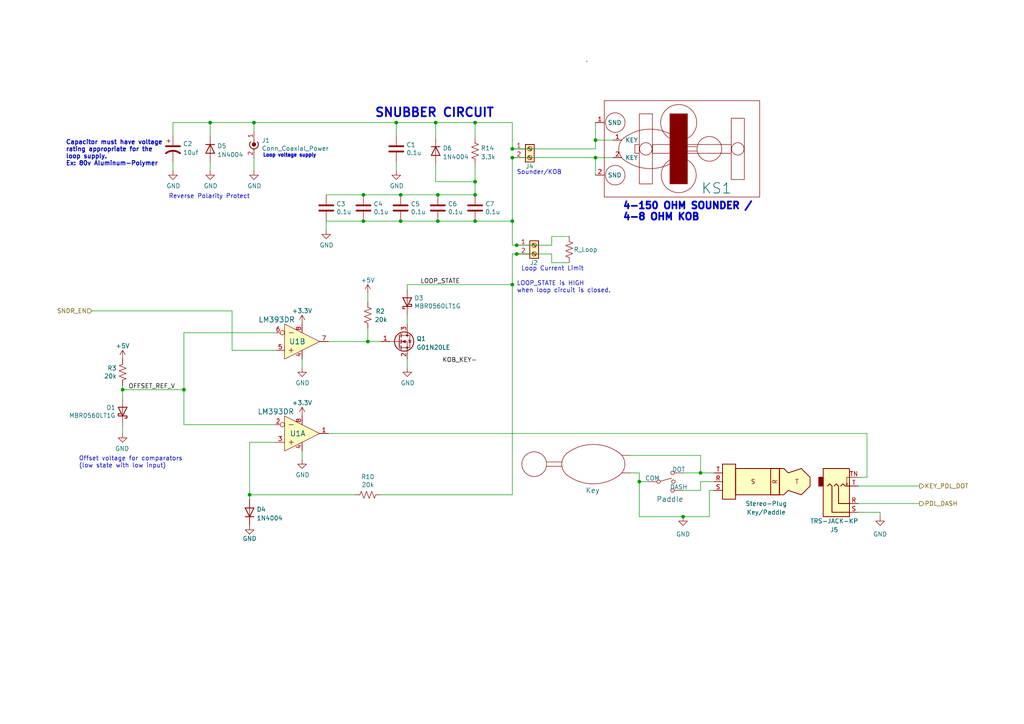
<source format=kicad_sch>
(kicad_sch (version 20230121) (generator eeschema)
  (paper "A4")
  (lib_symbols
    (symbol "Connector:Conn_Coaxial_Power" (pin_names (offset 1.016) hide)
      (property "Reference" "J" (at -5.08 -1.27 90))
      (property "Value" "Conn_Coaxial_Power" (at -3.175 -1.27 90))
      (symbol "Conn_Coaxial_Power_0_1"
        (arc (start -1.27 -1.27) (mid 0 -2.5345) (end 1.27 -1.27) (stroke (width 0.254)))
        (arc (start -1.016 -0.508) (mid -1.2048 -0.8684) (end -1.27 -1.27) (stroke (width 0.254)))
        (circle (center 0 -1.27) (radius 0.508) (stroke (width 0.2032)) (fill (type outline)))
        (polyline (pts (xy 0 -2.54) (xy 0 -3.048)))
        (polyline (pts (xy 0 0) (xy 0 -1.27)))
        (arc (start 1.27 -1.27) (mid 1.2048 -0.8684) (end 1.016 -0.508) (stroke (width 0.254)))
      )
      (symbol "Conn_Coaxial_Power_1_1"
        (pin passive line (at 0 2.54 270) (length 2.54) (name "In") (number "1"))
        (pin passive line (at 0 -5.08 90) (length 2.54) (name "Ext") (number "2"))
      )
    )
    (symbol "Connector:Screw_Terminal_01x02" (pin_names (offset 1.016) hide)
      (property "Reference" "J" (at 0 2.54 0))
      (property "Value" "Screw_Terminal_01x02" (at 0 -5.08 0))
      (symbol "Screw_Terminal_01x02_1_1"
        (rectangle (start -1.27 1.27) (end 1.27 -3.81) (stroke (width 0.254)) (fill (type background)))
        (circle (center 0 -2.54) (radius 0.635) (stroke (width 0.1524)))
        (polyline (pts (xy -0.5334 -2.2098) (xy 0.3302 -3.048)) (stroke (width 0.1524)))
        (polyline (pts (xy -0.5334 0.3302) (xy 0.3302 -0.508)) (stroke (width 0.1524)))
        (polyline (pts (xy -0.3556 -2.032) (xy 0.508 -2.8702)) (stroke (width 0.1524)))
        (polyline (pts (xy -0.3556 0.508) (xy 0.508 -0.3302)) (stroke (width 0.1524)))
        (circle (center 0 0) (radius 0.635) (stroke (width 0.1524)))
        (pin passive line (at -5.08 0 0) (length 3.81) (name "Pin_1") (number "1"))
        (pin passive line (at -5.08 -2.54 0) (length 3.81) (name "Pin_2") (number "2"))
      )
    )
    (symbol "Connector_Audio:AudioJack3_SwitchT"
      (property "Reference" "J" (at 0 8.89 0))
      (property "Value" "AudioJack3_SwitchT" (at 0 6.35 0))
      (symbol "AudioJack3_SwitchT_0_1"
        (rectangle (start -5.08 -5.08) (end -6.35 -7.62) (stroke (width 0.254)) (fill (type outline)))
        (polyline (pts (xy 1.778 -5.334) (xy 2.032 -5.842)))
        (polyline (pts (xy 0 -5.08) (xy 0.635 -5.715) (xy 1.27 -5.08) (xy 2.54 -5.08)) (stroke (width 0.254)))
        (polyline (pts (xy 2.54 -7.62) (xy 1.778 -7.62) (xy 1.778 -5.334) (xy 1.524 -5.842)))
        (polyline (pts (xy -1.905 -5.08) (xy -1.27 -5.715) (xy -0.635 -5.08) (xy -0.635 0) (xy 2.54 0)) (stroke (width 0.254)))
        (polyline (pts (xy 2.54 2.54) (xy -2.54 2.54) (xy -2.54 -5.08) (xy -3.175 -5.715) (xy -3.81 -5.08)) (stroke (width 0.254)))
        (rectangle (start 2.54 3.81) (end -5.08 -10.16) (stroke (width 0.254)) (fill (type background)))
      )
      (symbol "AudioJack3_SwitchT_1_1"
        (pin passive line (at 5.08 0 180) (length 2.54) (name "~") (number "R"))
        (pin passive line (at 5.08 2.54 180) (length 2.54) (name "~") (number "S"))
        (pin passive line (at 5.08 -5.08 180) (length 2.54) (name "~") (number "T"))
        (pin passive line (at 5.08 -7.62 180) (length 2.54) (name "~") (number "TN"))
      )
    )
    (symbol "Connector_Audio:AudioPlug3"
      (property "Reference" "J" (at 1.27 6.35 0))
      (property "Value" "AudioPlug3" (at 1.27 -6.35 0))
      (symbol "AudioPlug3_0_0"
        (text "R" (at -2.54 0 900) (effects (font (size 1.27 1.27))))
      )
      (symbol "AudioPlug3_0_1"
        (rectangle (start -3.81 3.81) (end -1.27 -3.81) (stroke (width 0.254)))
        (rectangle (start -1.27 -1.27) (end -1.27 -1.27))
      )
      (symbol "AudioPlug3_1_0"
        (text "S" (at 3.81 0 0) (effects (font (size 1.27 1.27))))
        (text "T" (at -8.89 0 0) (effects (font (size 1.27 1.27))))
      )
      (symbol "AudioPlug3_1_1"
        (rectangle (start -3.81 3.81) (end 8.89 -3.81) (stroke (width 0.254)) (fill (type background)))
        (polyline (pts (xy -3.81 3.81) (xy -5.08 3.81) (xy -6.35 2.54) (xy -10.16 3.81) (xy -12.7 1.27) (xy -12.7 -1.27) (xy -10.16 -3.81) (xy -6.35 -2.54) (xy -5.08 -3.81) (xy -3.81 -3.81) (xy -3.81 3.81)) (stroke (width 0.254)) (fill (type background)))
        (rectangle (start 12.7 5.08) (end 8.89 -5.08) (stroke (width 0.254)) (fill (type background)))
        (pin passive line (at 15.24 0 180) (length 2.54) (name "~") (number "R"))
        (pin passive line (at 15.24 2.54 180) (length 2.54) (name "~") (number "S"))
        (pin passive line (at 15.24 -2.54 180) (length 2.54) (name "~") (number "T"))
      )
    )
    (symbol "Device:C" (pin_numbers hide) (pin_names (offset 0.254))
      (property "Reference" "C" (at 0.635 2.54 0))
      (property "Value" "C" (at 0.635 -2.54 0))
      (symbol "C_0_1"
        (polyline (pts (xy -2.032 -0.762) (xy 2.032 -0.762)) (stroke (width 0.508)))
        (polyline (pts (xy -2.032 0.762) (xy 2.032 0.762)) (stroke (width 0.508)))
      )
      (symbol "C_1_1"
        (pin passive line (at 0 3.81 270) (length 2.794) (name "~") (number "1"))
        (pin passive line (at 0 -3.81 90) (length 2.794) (name "~") (number "2"))
      )
    )
    (symbol "Device:C_Polarized_US" (pin_numbers hide) (pin_names (offset 0.254) hide)
      (property "Reference" "C" (at 0.635 2.54 0))
      (property "Value" "C_Polarized_US" (at 0.635 -2.54 0))
      (symbol "C_Polarized_US_0_1"
        (polyline (pts (xy -2.032 0.762) (xy 2.032 0.762)) (stroke (width 0.508)))
        (polyline (pts (xy -1.778 2.286) (xy -0.762 2.286)))
        (polyline (pts (xy -1.27 1.778) (xy -1.27 2.794)))
        (arc (start 2.032 -1.27) (mid 0 -0.5572) (end -2.032 -1.27) (stroke (width 0.508)))
      )
      (symbol "C_Polarized_US_1_1"
        (pin passive line (at 0 3.81 270) (length 2.794) (name "~") (number "1"))
        (pin passive line (at 0 -3.81 90) (length 3.302) (name "~") (number "2"))
      )
    )
    (symbol "Device:R_US" (pin_numbers hide) (pin_names (offset 0))
      (property "Reference" "R" (at 2.54 0 90))
      (property "Value" "R_US" (at -2.54 0 90))
      (symbol "R_US_0_1"
        (polyline (pts (xy 0 -2.286) (xy 0 -2.54)))
        (polyline (pts (xy 0 2.286) (xy 0 2.54)))
        (polyline (pts (xy 0 -0.762) (xy 1.016 -1.143) (xy 0 -1.524) (xy -1.016 -1.905) (xy 0 -2.286)))
        (polyline (pts (xy 0 0.762) (xy 1.016 0.381) (xy 0 0) (xy -1.016 -0.381) (xy 0 -0.762)))
        (polyline (pts (xy 0 2.286) (xy 1.016 1.905) (xy 0 1.524) (xy -1.016 1.143) (xy 0 0.762)))
      )
      (symbol "R_US_1_1"
        (pin passive line (at 0 3.81 270) (length 1.27) (name "~") (number "1"))
        (pin passive line (at 0 -3.81 90) (length 1.27) (name "~") (number "2"))
      )
    )
    (symbol "Diode:1N4004" (pin_numbers hide) (pin_names (offset 1.016) hide)
      (property "Reference" "D" (at 0 2.54 0))
      (property "Value" "1N4004" (at 0 -2.54 0))
      (symbol "1N4004_0_1"
        (polyline (pts (xy -1.27 1.27) (xy -1.27 -1.27)) (stroke (width 0.254)))
        (polyline (pts (xy 1.27 0) (xy -1.27 0)))
        (polyline (pts (xy 1.27 1.27) (xy 1.27 -1.27) (xy -1.27 0) (xy 1.27 1.27)) (stroke (width 0.254)))
      )
      (symbol "1N4004_1_1"
        (pin passive line (at -3.81 0 0) (length 2.54) (name "K") (number "1"))
        (pin passive line (at 3.81 0 180) (length 2.54) (name "A") (number "2"))
      )
    )
    (symbol "Diode:MBR0560" (pin_numbers hide) (pin_names (offset 1.016) hide)
      (property "Reference" "D" (at 0 2.54 0))
      (property "Value" "MBR0560" (at 0 -2.54 0))
      (symbol "MBR0560_0_1"
        (polyline (pts (xy 1.27 0) (xy -1.27 0)))
        (polyline (pts (xy 1.27 1.27) (xy 1.27 -1.27) (xy -1.27 0) (xy 1.27 1.27)) (stroke (width 0.254)))
        (polyline (pts (xy -1.905 0.635) (xy -1.905 1.27) (xy -1.27 1.27) (xy -1.27 -1.27) (xy -0.635 -1.27) (xy -0.635 -0.635)) (stroke (width 0.254)))
      )
      (symbol "MBR0560_1_1"
        (pin passive line (at -3.81 0 0) (length 2.54) (name "K") (number "1"))
        (pin passive line (at 3.81 0 180) (length 2.54) (name "A") (number "2"))
      )
    )
    (symbol "GND_1" (power) (pin_names (offset 0))
      (property "Value" "GND_1" (at 0 -3.81 0))
      (symbol "GND_1_0_1"
        (polyline (pts (xy 0 0) (xy 0 -1.27) (xy 1.27 -1.27) (xy 0 -2.54) (xy -1.27 -1.27) (xy 0 -1.27)))
      )
      (symbol "GND_1_1_1"
        (pin power_in line (at 0 0 270) (length 0) hide (name "GND") (number "1"))
      )
    )
    (symbol "GND_2" (power) (pin_names (offset 0))
      (property "Value" "GND_2" (at 0 -3.81 0))
      (symbol "GND_2_0_1"
        (polyline (pts (xy 0 0) (xy 0 -1.27) (xy 1.27 -1.27) (xy 0 -2.54) (xy -1.27 -1.27) (xy 0 -1.27)))
      )
      (symbol "GND_2_1_1"
        (pin power_in line (at 0 0 270) (length 0) hide (name "GND") (number "1"))
      )
    )
    (symbol "Key-Telegraph_1" (pin_numbers hide) (pin_names (offset 1.016) hide)
      (property "Reference" "U" (at -2.159 -3.683 0))
      (property "Value" "Key-Telegraph" (at -0.635 0.127 0))
      (symbol "Key-Telegraph_1_0_1"
        (arc (start -8.255 -3.175) (mid -0.635 -5.715) (end 6.985 -3.175))
        (arc (start -8.255 3.175) (mid -9.781 0) (end -8.255 -3.175))
        (polyline (pts (xy 12.827 -0.635) (xy 8.509 -0.635)))
        (polyline (pts (xy 8.509 0.635) (xy 12.827 0.635) (xy 12.7 0.635)))
        (circle (center 16.51 0) (radius 3.5814))
      )
      (symbol "Key-Telegraph_1_1_1"
        (arc (start 6.985 -3.175) (mid 8.511 0) (end 6.985 3.175))
        (arc (start 6.985 3.175) (mid -0.635 5.715) (end -8.255 3.175))
        (pin input line (at -11.43 2.54 0) (length 2.54) (name "KEY") (number "1"))
        (pin input line (at -11.43 -2.54 0) (length 2.54) (name "KEY") (number "2"))
      )
    )
    (symbol "LM393DR-dk_Linear-Comparators_1" (pin_names (offset 0) hide)
      (property "Reference" "U" (at -3.81 6.35 0))
      (property "Value" "LM393DR-dk_Linear-Comparators" (at 2.54 -5.08 0))
      (symbol "LM393DR-dk_Linear-Comparators_1_0_1"
        (circle (center -5.715 2.54) (radius 0.635) (fill (type background)))
        (polyline (pts (xy -3.81 -2.54) (xy -2.54 -2.54)))
        (polyline (pts (xy -3.81 2.54) (xy -2.54 2.54)))
        (polyline (pts (xy -3.175 -1.905) (xy -3.175 -3.175)))
        (polyline (pts (xy -5.08 5.08) (xy -5.08 -5.08) (xy 5.08 0) (xy -5.08 5.08)) (fill (type background)))
      )
      (symbol "LM393DR-dk_Linear-Comparators_1_1_1"
        (pin output line (at 7.62 0 180) (length 2.54) (name "1OUT") (number "1"))
        (pin input line (at -7.62 2.54 0) (length 1.27) (name "~") (number "2"))
        (pin input line (at -7.62 -2.54 0) (length 2.54) (name "~") (number "3"))
        (pin power_in line (at 0 -5.08 90) (length 2.54) (name "GND") (number "4"))
        (pin power_in line (at 0 5.08 270) (length 2.54) (name "VCC") (number "8"))
      )
      (symbol "LM393DR-dk_Linear-Comparators_1_2_1"
        (pin power_in line (at 0 -5.08 90) (length 2.54) (name "GND") (number "4"))
        (pin input line (at -7.62 -2.54 0) (length 2.54) (name "2IN+") (number "5"))
        (pin input line (at -7.62 2.54 0) (length 1.27) (name "2IN-") (number "6"))
        (pin output line (at 7.62 0 180) (length 2.54) (name "2OUT") (number "7"))
        (pin power_in line (at 0 5.08 270) (length 2.54) (name "VCC") (number "8"))
      )
    )
    (symbol "Switch:SW_SPDT_MSM" (pin_numbers hide) (pin_names (offset 0))
      (property "Reference" "Paddle" (at 1.27 -6.35 0))
      (symbol "SW_SPDT_MSM_0_0"
        (circle (center -2.032 0) (radius 0.508))
        (polyline (pts (xy -1.524 0.127) (xy 1.778 1.016)))
        (circle (center 2.032 -2.54) (radius 0.508))
      )
      (symbol "SW_SPDT_MSM_0_1"
        (circle (center 2.032 2.54) (radius 0.508))
        (circle (center 2.286 0) (radius 0.508))
      )
      (symbol "SW_SPDT_MSM_1_1"
        (pin passive line (at 5.08 2.54 180) (length 2.54) (name "DOT") (number "1"))
        (pin passive line (at -5.08 0 0) (length 2.54) (name "COM") (number "2"))
        (pin passive line (at 5.08 -2.54 180) (length 2.54) (name "DASH") (number "3"))
      )
    )
    (symbol "Transistor_FET:2N7002" (pin_names hide)
      (property "Reference" "Q" (at 5.08 1.905 0))
      (property "Value" "2N7002" (at 5.08 0 0))
      (symbol "2N7002_0_1"
        (polyline (pts (xy 0.254 0) (xy -2.54 0)))
        (polyline (pts (xy 0.254 1.905) (xy 0.254 -1.905)) (stroke (width 0.254)))
        (polyline (pts (xy 0.762 -1.27) (xy 0.762 -2.286)) (stroke (width 0.254)))
        (polyline (pts (xy 0.762 0.508) (xy 0.762 -0.508)) (stroke (width 0.254)))
        (polyline (pts (xy 0.762 2.286) (xy 0.762 1.27)) (stroke (width 0.254)))
        (polyline (pts (xy 2.54 2.54) (xy 2.54 1.778)))
        (polyline (pts (xy 2.54 -2.54) (xy 2.54 0) (xy 0.762 0)))
        (polyline (pts (xy 0.762 -1.778) (xy 3.302 -1.778) (xy 3.302 1.778) (xy 0.762 1.778)))
        (polyline (pts (xy 1.016 0) (xy 2.032 0.381) (xy 2.032 -0.381) (xy 1.016 0)) (fill (type outline)))
        (polyline (pts (xy 2.794 0.508) (xy 2.921 0.381) (xy 3.683 0.381) (xy 3.81 0.254)))
        (polyline (pts (xy 3.302 0.381) (xy 2.921 -0.254) (xy 3.683 -0.254) (xy 3.302 0.381)))
        (circle (center 1.651 0) (radius 2.794) (stroke (width 0.254)))
        (circle (center 2.54 -1.778) (radius 0.254) (fill (type outline)))
        (circle (center 2.54 1.778) (radius 0.254) (fill (type outline)))
      )
      (symbol "2N7002_1_1"
        (pin input line (at -5.08 0 0) (length 2.54) (name "G") (number "1"))
        (pin passive line (at 2.54 -5.08 90) (length 2.54) (name "S") (number "2"))
        (pin passive line (at 2.54 5.08 270) (length 2.54) (name "D") (number "3"))
      )
    )
    (symbol "power:+3.3V" (power) (pin_names (offset 0))
      (property "Value" "+3.3V" (at 0 3.556 0))
      (symbol "+3.3V_0_1"
        (polyline (pts (xy -0.762 1.27) (xy 0 2.54)))
        (polyline (pts (xy 0 0) (xy 0 2.54)))
        (polyline (pts (xy 0 2.54) (xy 0.762 1.27)))
      )
      (symbol "+3.3V_1_1"
        (pin power_in line (at 0 0 90) (length 0) hide (name "+3.3V") (number "1"))
      )
    )
    (symbol "power:+5V" (power) (pin_names (offset 0))
      (property "Value" "+5V" (at 0 3.556 0))
      (symbol "+5V_0_1"
        (polyline (pts (xy -0.762 1.27) (xy 0 2.54)))
        (polyline (pts (xy 0 0) (xy 0 2.54)))
        (polyline (pts (xy 0 2.54) (xy 0.762 1.27)))
      )
      (symbol "+5V_1_1"
        (pin power_in line (at 0 0 90) (length 0) hide (name "+5V") (number "1"))
      )
    )
    (symbol "power:GND" (power) (pin_names (offset 0))
      (property "Value" "GND" (at 0 -3.81 0))
      (symbol "GND_0_1"
        (polyline (pts (xy 0 0) (xy 0 -1.27) (xy 1.27 -1.27) (xy 0 -2.54) (xy -1.27 -1.27) (xy 0 -1.27)))
      )
      (symbol "GND_1_1"
        (pin power_in line (at 0 0 270) (length 0) hide (name "GND") (number "1"))
      )
    )
    (symbol "rpikobhat-rescue:Key-Telegraph" (pin_names (offset 1.016))
      (property "Reference" "U" (at -2.159 -3.683 0))
      (property "Value" "Key-Telegraph" (at -0.635 0.127 0))
      (symbol "Key-Telegraph_0_1"
        (arc (start -8.255 -3.175) (mid -0.635 -5.715) (end 6.985 -3.175))
        (arc (start -8.255 3.175) (mid -9.781 0) (end -8.255 -3.175))
        (polyline (pts (xy 12.827 -0.635) (xy 8.509 -0.635)))
        (polyline (pts (xy 8.509 0.635) (xy 12.827 0.635) (xy 12.7 0.635)))
        (circle (center 16.51 0) (radius 3.5814))
      )
      (symbol "Key-Telegraph_1_1"
        (arc (start 6.985 -3.175) (mid 8.511 0) (end 6.985 3.175))
        (arc (start 6.985 3.175) (mid -0.635 5.715) (end -8.255 3.175))
        (pin input line (at -11.43 2.54 0) (length 2.54) (name "KEY") (number "1"))
        (pin input line (at -11.43 -2.54 0) (length 2.54) (name "KEY") (number "2"))
      )
    )
    (symbol "rpikobhat-rescue:LM393DR-dk_Linear-Comparators" (pin_names (offset 0) hide)
      (property "Reference" "U" (at -3.81 6.35 0))
      (property "Value" "LM393DR-dk_Linear-Comparators" (at 2.54 -5.08 0))
      (symbol "LM393DR-dk_Linear-Comparators_0_1"
        (circle (center -5.715 2.54) (radius 0.635) (fill (type background)))
        (polyline (pts (xy -3.81 -2.54) (xy -2.54 -2.54)))
        (polyline (pts (xy -3.81 2.54) (xy -2.54 2.54)))
        (polyline (pts (xy -3.175 -1.905) (xy -3.175 -3.175)))
        (polyline (pts (xy -5.08 5.08) (xy -5.08 -5.08) (xy 5.08 0) (xy -5.08 5.08)) (fill (type background)))
      )
      (symbol "LM393DR-dk_Linear-Comparators_1_1"
        (pin output line (at 7.62 0 180) (length 2.54) (name "1OUT") (number "1"))
        (pin input line (at -7.62 2.54 0) (length 1.27) (name "~") (number "2"))
        (pin input line (at -7.62 -2.54 0) (length 2.54) (name "~") (number "3"))
        (pin power_in line (at 0 -5.08 90) (length 2.54) (name "GND") (number "4"))
        (pin power_in line (at 0 5.08 270) (length 2.54) (name "VCC") (number "8"))
      )
      (symbol "LM393DR-dk_Linear-Comparators_2_1"
        (pin power_in line (at 0 -5.08 90) (length 2.54) (name "GND") (number "4"))
        (pin input line (at -7.62 -2.54 0) (length 2.54) (name "2IN+") (number "5"))
        (pin input line (at -7.62 2.54 0) (length 1.27) (name "2IN-") (number "6"))
        (pin output line (at 7.62 0 180) (length 2.54) (name "2OUT") (number "7"))
        (pin power_in line (at 0 5.08 270) (length 2.54) (name "VCC") (number "8"))
      )
    )
    (symbol "rpikobhat-rescue:Sounder-Telegraph" (pin_names (offset 1.016))
      (property "Reference" "U" (at 7.62 10.16 0))
      (property "Value" "Sounder-Telegraph" (at 13.97 -11.43 0))
      (symbol "Sounder-Telegraph_0_1"
        (circle (center -26.67 25.4) (radius 0.0001))
        (rectangle (start -21.59 13.97) (end 23.495 -13.97))
        (circle (center -18.415 -7.62) (radius 2.8448))
        (circle (center -18.415 7.62) (radius 2.8448))
        (rectangle (start -11.43 1.27) (end -12.7 -1.27))
        (rectangle (start -11.43 10.16) (end -7.62 -10.16))
        (circle (center -9.525 0) (radius 1.8034))
        (rectangle (start -7.62 1.27) (end 15.24 -1.27))
        (rectangle (start -2.54 10.16) (end 2.54 -10.16) (fill (type outline)))
        (circle (center 0 -7.62) (radius 5.08))
        (circle (center 0 7.62) (radius 5.2324))
        (rectangle (start 0 10.16) (end 0 10.16))
        (rectangle (start 15.24 8.89) (end 19.05 -8.89))
        (circle (center 17.145 0) (radius 1.8034))
      )
      (symbol "Sounder-Telegraph_1_1"
        (pin input line (at -24.13 7.62 0) (length 2.54) (name "SND") (number "1"))
        (pin input line (at -24.13 -7.62 0) (length 2.54) (name "SND") (number "2"))
      )
    )
  )
  (junction (at 106.68 99.06))
  (junction (at 198.12 149.86))
  (junction (at 137.795 64.135))
  (junction (at 137.795 35.56))
  (junction (at 116.205 56.515))
  (junction (at 137.795 52.705))
  (junction (at 114.935 35.56))
  (junction (at 127 56.515))
  (junction (at 116.205 64.135))
  (junction (at 148.59 64.135))
  (junction (at 149.86 71.12))
  (junction (at 172.72 45.72))
  (junction (at 148.59 82.55))
  (junction (at 172.72 40.64))
  (junction (at 60.96 35.56))
  (junction (at 126.365 35.56))
  (junction (at 148.59 45.72))
  (junction (at 203.2 137.16))
  (junction (at 73.66 35.56))
  (junction (at 72.39 143.51))
  (junction (at 35.56 113.03))
  (junction (at 149.86 73.66))
  (junction (at 53.34 113.03))
  (junction (at 148.59 43.18))
  (junction (at 137.795 56.515))
  (junction (at 127 64.135))
  (junction (at 105.41 56.515))
  (junction (at 105.41 64.135))
  (junction (at 185.42 139.7))
  (wire (pts (xy 50.165 46.99) (xy 50.165 49.53)))
  (wire (pts (xy 126.365 35.56) (xy 126.365 40.005)))
  (wire (pts (xy 114.935 35.56) (xy 126.365 35.56)))
  (wire (pts (xy 148.59 45.72) (xy 148.59 64.135)))
  (wire (pts (xy 35.56 123.19) (xy 35.56 125.73)))
  (wire (pts (xy 248.92 138.43) (xy 251.46 138.43)))
  (wire (pts (xy 165.1 68.58) (xy 160.02 68.58)))
  (wire (pts (xy 172.72 43.18) (xy 172.72 40.64)))
  (wire (pts (xy 95.25 125.73) (xy 251.46 125.73)))
  (wire (pts (xy 177.8 45.72) (xy 172.72 45.72)))
  (wire (pts (xy 60.96 35.56) (xy 60.96 39.37)))
  (wire (pts (xy 114.935 35.56) (xy 114.935 39.37)))
  (wire (pts (xy 160.02 73.66) (xy 149.86 73.66)))
  (wire (pts (xy 148.59 43.18) (xy 172.72 43.18)))
  (wire (pts (xy 203.2 137.16) (xy 207.01 137.16)))
  (wire (pts (xy 182.88 132.08) (xy 203.2 132.08)))
  (wire (pts (xy 87.63 104.14) (xy 87.63 106.68)))
  (wire (pts (xy 26.67 90.17) (xy 67.31 90.17)))
  (wire (pts (xy 165.1 76.2) (xy 160.02 76.2)))
  (wire (pts (xy 118.11 104.14) (xy 118.11 106.68)))
  (wire (pts (xy 148.59 45.72) (xy 172.72 45.72)))
  (wire (pts (xy 198.12 149.86) (xy 205.74 149.86)))
  (wire (pts (xy 67.31 90.17) (xy 67.31 101.6)))
  (wire (pts (xy 116.205 56.515) (xy 127 56.515)))
  (wire (pts (xy 182.88 137.16) (xy 185.42 137.16)))
  (wire (pts (xy 149.86 73.66) (xy 148.59 73.66)))
  (wire (pts (xy 126.365 52.705) (xy 137.795 52.705)))
  (wire (pts (xy 118.11 82.55) (xy 148.59 82.55)))
  (wire (pts (xy 72.39 143.51) (xy 102.87 143.51)))
  (wire (pts (xy 106.68 85.09) (xy 106.68 87.63)))
  (wire (pts (xy 177.8 40.64) (xy 172.72 40.64)))
  (wire (pts (xy 207.01 142.24) (xy 205.74 142.24)))
  (wire (pts (xy 50.165 35.56) (xy 60.96 35.56)))
  (wire (pts (xy 185.42 149.86) (xy 198.12 149.86)))
  (wire (pts (xy 203.2 137.16) (xy 198.12 137.16)))
  (wire (pts (xy 137.795 64.135) (xy 148.59 64.135)))
  (wire (pts (xy 118.11 91.44) (xy 118.11 93.98)))
  (wire (pts (xy 149.86 71.12) (xy 148.59 71.12)))
  (wire (pts (xy 53.34 96.52) (xy 80.01 96.52)))
  (wire (pts (xy 73.66 45.72) (xy 73.66 49.53)))
  (wire (pts (xy 205.74 142.24) (xy 205.74 149.86)))
  (wire (pts (xy 116.205 64.135) (xy 127 64.135)))
  (wire (pts (xy 35.56 113.03) (xy 53.34 113.03)))
  (wire (pts (xy 72.39 144.78) (xy 72.39 143.51)))
  (wire (pts (xy 35.56 115.57) (xy 35.56 113.03)))
  (wire (pts (xy 137.795 35.56) (xy 137.795 40.005)))
  (wire (pts (xy 94.615 56.515) (xy 105.41 56.515)))
  (wire (pts (xy 160.02 68.58) (xy 160.02 71.12)))
  (wire (pts (xy 203.2 142.24) (xy 203.2 139.7)))
  (wire (pts (xy 160.02 71.12) (xy 149.86 71.12)))
  (wire (pts (xy 248.92 140.97) (xy 266.7 140.97)))
  (wire (pts (xy 198.12 142.24) (xy 203.2 142.24)))
  (wire (pts (xy 255.27 148.59) (xy 255.27 149.86)))
  (wire (pts (xy 50.165 39.37) (xy 50.165 35.56)))
  (wire (pts (xy 148.59 73.66) (xy 148.59 82.55)))
  (wire (pts (xy 203.2 139.7) (xy 207.01 139.7)))
  (wire (pts (xy 94.615 64.135) (xy 105.41 64.135)))
  (wire (pts (xy 248.92 146.05) (xy 266.7 146.05)))
  (wire (pts (xy 126.365 47.625) (xy 126.365 52.705)))
  (wire (pts (xy 127 64.135) (xy 137.795 64.135)))
  (wire (pts (xy 73.66 38.1) (xy 73.66 35.56)))
  (wire (pts (xy 148.59 82.55) (xy 148.59 143.51)))
  (wire (pts (xy 73.66 35.56) (xy 114.935 35.56)))
  (wire (pts (xy 80.01 123.19) (xy 53.34 123.19)))
  (wire (pts (xy 137.795 35.56) (xy 148.59 35.56)))
  (wire (pts (xy 72.39 143.51) (xy 72.39 128.27)))
  (wire (pts (xy 94.5973 64.1776) (xy 94.5973 66.7176)))
  (wire (pts (xy 106.68 99.06) (xy 110.49 99.06)))
  (wire (pts (xy 118.11 83.82) (xy 118.11 82.55)))
  (wire (pts (xy 137.795 52.705) (xy 137.795 47.625)))
  (wire (pts (xy 105.41 64.135) (xy 116.205 64.135)))
  (wire (pts (xy 53.34 113.03) (xy 53.34 96.52)))
  (wire (pts (xy 80.01 101.6) (xy 67.31 101.6)))
  (wire (pts (xy 160.02 76.2) (xy 160.02 73.66)))
  (wire (pts (xy 185.42 137.16) (xy 185.42 139.7)))
  (wire (pts (xy 187.96 139.7) (xy 185.42 139.7)))
  (wire (pts (xy 185.42 139.7) (xy 185.42 149.86)))
  (wire (pts (xy 172.72 45.72) (xy 172.72 50.8)))
  (wire (pts (xy 60.96 46.99) (xy 60.96 49.53)))
  (wire (pts (xy 106.68 95.25) (xy 106.68 99.06)))
  (wire (pts (xy 137.795 52.705) (xy 137.795 56.515)))
  (wire (pts (xy 87.63 130.81) (xy 87.63 133.35)))
  (wire (pts (xy 126.365 35.56) (xy 137.795 35.56)))
  (wire (pts (xy 148.59 35.56) (xy 148.59 43.18)))
  (wire (pts (xy 53.34 123.19) (xy 53.34 113.03)))
  (wire (pts (xy 127 56.515) (xy 137.795 56.515)))
  (wire (pts (xy 72.39 128.27) (xy 80.01 128.27)))
  (wire (pts (xy 248.92 148.59) (xy 255.27 148.59)))
  (wire (pts (xy 35.56 113.03) (xy 35.56 111.76)))
  (wire (pts (xy 114.935 46.99) (xy 114.935 49.53)))
  (wire (pts (xy 60.96 35.56) (xy 73.66 35.56)))
  (wire (pts (xy 148.59 64.135) (xy 148.59 71.12)))
  (wire (pts (xy 251.46 138.43) (xy 251.46 125.73)))
  (wire (pts (xy 203.2 132.08) (xy 203.2 137.16)))
  (wire (pts (xy 105.41 56.515) (xy 116.205 56.515)))
  (wire (pts (xy 95.25 99.06) (xy 106.68 99.06)))
  (wire (pts (xy 110.49 143.51) (xy 148.59 143.51)))
  (wire (pts (xy 172.72 35.56) (xy 172.72 40.64)))
  (text "Reverse Polarity Protect" (at 48.895 57.785 0) (effects (font (size 1.27 1.27)) (justify left bottom)))
  (text "Offset voltage for comparators\n(low state with low input)" (at 22.86 135.89 0) (effects (font (size 1.27 1.27)) (justify left bottom)))
  (text "Loop voltage supply" (at 76.2 45.72 0) (effects (font (size 1 1) (thickness 0.4) bold) (justify left bottom)))
  (text "Capacitor must have voltage\nrating appropriate for the\nloop supply.\nEx: 80v Aluminum-Polymer" (at 19.05 48.26 0) (effects (font (size 1.27 1.27) bold) (justify left bottom)))
  (text "4-150 OHM SOUNDER /\n4-8 OHM KOB" (at 180.5174 64.2007 0) (effects (font (size 2 2) (thickness 0.5994) bold) (justify left bottom)))
  (text "LOOP_STATE is HIGH\nwhen loop circuit is closed." (at 149.86 85.09 0) (effects (font (size 1.27 1.27)) (justify left bottom)))
  (text "Loop Current Limit" (at 151.13 78.74 0) (effects (font (size 1.27 1.27)) (justify left bottom)))
  (text "SNUBBER CIRCUIT" (at 108.585 34.29 0) (effects (font (size 2.54 2.54) (thickness 0.508) bold) (justify left bottom)))
  (text "Sounder/KOB" (at 149.86 50.8 0) (effects (font (size 1.27 1.27)) (justify left bottom)))
  (label "KOB_KEY-" (at 128.27 105.41 0))
  (label "LOOP_STATE" (at 121.92 82.55 0))
  (label "OFFSET_REF_V" (at 50.8 113.03 180))
  (hierarchical_label "PDL_DASH" (shape output) (at 266.7 146.05 0))
  (hierarchical_label "SNDR_EN" (shape input) (at 26.67 90.17 180))
  (hierarchical_label "KEY_PDL_DOT" (shape output) (at 266.7 140.97 0))
  (symbol (lib_id "rpikobhat-rescue:LM393DR-dk_Linear-Comparators") (at 87.63 125.73 0) (unit 1)
    (property "Reference" "U1" (at 86.36 125.73 0) (effects (font (size 1.524 1.524))))
    (property "Value" "LM393DR" (at 80.01 119.38 0) (effects (font (size 1.524 1.524))))
    (property "Footprint" "Package_DIP:DIP-8_W7.62mm" (effects hide))
    (property "Datasheet" "http://www.ti.com/general/docs/suppproductinfo.tsp?distId=10&gotoUrl=http%3A%2F%2Fwww.ti.com%2Flit%2Fgpn%2Flm193" (effects hide))
    (property "Digi-Key_PN" "296-1015-1-ND" (effects hide))
    (property "MPN" "LM393DR" (effects hide))
    (property "Category" "Integrated Circuits (ICs)" (effects hide))
    (property "Family" "Linear - Comparators" (effects hide))
    (property "DK_Datasheet_Link" "http://www.ti.com/general/docs/suppproductinfo.tsp?distId=10&gotoUrl=http%3A%2F%2Fwww.ti.com%2Flit%2Fgpn%2Flm193" (effects hide))
    (property "DK_Detail_Page" "/product-detail/en/texas-instruments/LM393DR/296-1015-1-ND/404839" (effects hide))
    (property "Description" "IC DUAL DIFF COMP 8-SOIC" (effects hide))
    (property "Manufacturer" "Texas Instruments" (effects hide))
    (property "Status" "Active" (effects hide))
  )
  (symbol (lib_name "LM393DR-dk_Linear-Comparators_1") (lib_id "rpikobhat-rescue:LM393DR-dk_Linear-Comparators") (at 87.63 99.06 0) (unit 2)
    (property "Reference" "U1" (at 83.82 99.06 0) (effects (font (size 1.524 1.524)) (justify left)))
    (property "Value" "LM393DR" (at 74.93 92.71 0) (effects (font (size 1.524 1.524)) (justify left)))
    (property "Footprint" "Package_DIP:DIP-8_W7.62mm" (effects hide))
    (property "Datasheet" "http://www.ti.com/general/docs/suppproductinfo.tsp?distId=10&gotoUrl=http%3A%2F%2Fwww.ti.com%2Flit%2Fgpn%2Flm193" (effects hide))
    (property "Digi-Key_PN" "296-1015-1-ND" (effects hide))
    (property "MPN" "LM393DR" (effects hide))
    (property "Category" "Integrated Circuits (ICs)" (effects hide))
    (property "Family" "Linear - Comparators" (effects hide))
    (property "DK_Datasheet_Link" "http://www.ti.com/general/docs/suppproductinfo.tsp?distId=10&gotoUrl=http%3A%2F%2Fwww.ti.com%2Flit%2Fgpn%2Flm193" (effects hide))
    (property "DK_Detail_Page" "/product-detail/en/texas-instruments/LM393DR/296-1015-1-ND/404839" (effects hide))
    (property "Description" "IC DUAL DIFF COMP 8-SOIC" (effects hide))
    (property "Manufacturer" "Texas Instruments" (effects hide))
    (property "Status" "Active" (effects hide))
  )
  (symbol (lib_id "power:GND") (at 118.11 106.68 0) (unit 1)
    (property "Reference" "#PWR010" (effects hide))
    (property "Value" "GND" (at 118.237 111.0742 0))
  )
  (symbol (lib_id "power:GND") (at 87.63 133.35 0) (unit 1)
    (property "Reference" "#PWR08" (effects hide))
    (property "Value" "GND" (at 87.757 137.7442 0))
  )
  (symbol (lib_id "power:GND") (at 87.63 106.68 0) (unit 1)
    (property "Reference" "#PWR07" (effects hide))
    (property "Value" "GND" (at 87.757 111.0742 0))
  )
  (symbol (lib_id "Diode:MBR0560") (at 118.11 87.63 90) (unit 1)
    (property "Reference" "D3" (at 120.142 86.4616 90) (effects (justify right)))
    (property "Value" "MBR0560LT1G" (at 120.142 88.773 90) (effects (justify right)))
    (property "Footprint" "Diode_SMD:D_SOD-123" (effects hide))
    (property "Datasheet" "http://www.mccsemi.com/up_pdf/MBR0520~MBR0580(SOD123).pdf" (effects hide))
  )
  (symbol (lib_id "power:GND") (at 35.56 125.73 0) (mirror y) (unit 1)
    (property "Reference" "#PWR09" (effects hide))
    (property "Value" "GND" (at 35.433 130.1242 0))
  )
  (symbol (lib_id "Device:R_US") (at 35.56 107.95 0) (mirror y) (unit 1)
    (property "Reference" "R3" (at 33.8328 106.7816 0) (effects (justify left)))
    (property "Value" "20k" (at 33.8328 109.093 0) (effects (justify left)))
    (property "Footprint" "Resistor_SMD:R_1206_3216Metric_Pad1.30x1.75mm_HandSolder" (effects hide))
  )
  (symbol (lib_id "Device:R_US") (at 106.68 91.44 180) (unit 1)
    (property "Reference" "R2" (at 110.3002 90.3087 0))
    (property "Value" "20k" (at 110.49 92.71 0))
    (property "Footprint" "Resistor_SMD:R_1206_3216Metric_Pad1.30x1.75mm_HandSolder" (effects hide))
  )
  (symbol (lib_name "Key-Telegraph_1") (lib_id "rpikobhat-rescue:Key-Telegraph") (at 171.45 134.62 0) (mirror y) (unit 1) (on_board no)
    (property "Reference" "U3" (effects hide))
    (property "Value" "Key" (at 173.99 142.24 0) (effects (font (size 1.5 1.5)) (justify left)))
    (instances (project "MuKOB" (path "" (reference "KEY-EXT") (unit 1))) (project "rpikobhat" (path "" (reference "U3") (unit 1))))
  )
  (symbol (lib_id "rpikobhat-rescue:Sounder-Telegraph") (at 196.85 43.18 0) (unit 1) (on_board no)
    (property "Reference" "U4" (effects hide))
    (property "Value" "Sounder" (effects hide))
  )
  (symbol (lib_id "Device:C") (at 114.935 43.18 0) (unit 1)
    (property "Reference" "C1" (at 117.856 42.0116 0) (effects (justify left)))
    (property "Value" "0.1u" (at 117.856 44.323 0) (effects (justify left)))
    (property "Footprint" "Capacitor_SMD:C_1206_3216Metric_Pad1.33x1.80mm_HandSolder" (effects hide))
  )
  (symbol (lib_id "power:GND") (at 114.935 49.53 0) (unit 1)
    (property "Reference" "#PWR014" (effects hide))
    (property "Value" "GND" (at 115.062 53.9242 0))
  )
  (symbol (lib_id "Connector:Conn_Coaxial_Power") (at 73.66 40.64 0) (unit 1)
    (property "Reference" "J1" (at 75.8952 40.7416 0) (effects (justify left)))
    (property "Value" "Conn_Coaxial_Power" (at 75.8952 43.053 0) (effects (justify left)))
    (property "Footprint" "Connector_BarrelJack:BarrelJack_CUI_PJ-036AH-SMT_Horizontal" (effects hide))
  )
  (symbol (lib_id "power:GND") (at 73.66 49.53 0) (unit 1)
    (property "Reference" "#PWR013" (effects hide))
    (property "Value" "GND" (at 73.787 53.9242 0))
  )
  (symbol (lib_id "Device:R_US") (at 106.68 143.51 270) (unit 1)
    (property "Reference" "R10" (at 106.68 138.303 90))
    (property "Value" "20k" (at 106.68 140.6144 90))
    (property "Footprint" "Resistor_SMD:R_1206_3216Metric_Pad1.30x1.75mm_HandSolder" (effects hide))
  )
  (symbol (lib_id "power:GND") (at 72.39 152.4 0) (unit 1)
    (property "Reference" "#PWR06" (effects hide))
    (property "Value" "GND" (at 72.39 156.21 0))
  )
  (symbol (lib_id "Device:R_US") (at 137.795 43.815 0) (unit 1)
    (property "Reference" "R14" (at 139.446 42.9803 0) (effects (justify left)))
    (property "Value" "3.3k" (at 139.446 45.5172 0) (effects (justify left)))
    (property "Footprint" "Resistor_SMD:R_1206_3216Metric_Pad1.30x1.75mm_HandSolder" (effects hide))
  )
  (symbol (lib_id "Device:R_US") (at 165.1 72.39 0) (unit 1)
    (property "Reference" "R14" (at 166.37 72.39 0) (effects (justify left)))
    (property "Footprint" "Resistor_SMD:R_1206_3216Metric_Pad1.30x1.75mm_HandSolder" (effects hide))
    (instances (project "MuKOB" (path "" (reference "R_Loop") (unit 1))) (project "rpikobhat" (path "" (reference "R14") (unit 1))))
  )
  (symbol (lib_id "Device:C") (at 137.795 60.325 0) (unit 1)
    (property "Reference" "C7" (at 140.716 59.1566 0) (effects (justify left)))
    (property "Value" "0.1u" (at 140.716 61.468 0) (effects (justify left)))
    (property "Footprint" "Capacitor_SMD:C_1206_3216Metric_Pad1.33x1.80mm_HandSolder" (effects hide))
  )
  (symbol (lib_id "Device:C") (at 127 60.325 0) (unit 1)
    (property "Reference" "C6" (at 129.921 59.1566 0) (effects (justify left)))
    (property "Value" "0.1u" (at 129.921 61.468 0) (effects (justify left)))
    (property "Footprint" "Capacitor_SMD:C_1206_3216Metric_Pad1.33x1.80mm_HandSolder" (effects hide))
  )
  (symbol (lib_id "Connector_Audio:AudioJack3_SwitchT") (at 243.84 146.05 0) (mirror x) (unit 1)
    (property "Reference" "J5" (at 241.935 153.67 0))
    (property "Value" "TRS-JACK-KP" (at 241.935 151.13 0))
  )
  (symbol (lib_id "power:GND") (at 50.165 49.53 0) (unit 1)
    (property "Reference" "#PWR0101" (effects hide))
    (property "Value" "GND" (at 50.292 53.9242 0))
  )
  (symbol (lib_id "Diode:MBR0560") (at 35.56 119.38 270) (mirror x) (unit 1)
    (property "Reference" "D1" (at 33.528 118.2116 90) (effects (justify right)))
    (property "Value" "MBR0560LT1G" (at 33.528 120.523 90) (effects (justify right)))
    (property "Footprint" "Diode_SMD:D_SOD-123" (effects hide))
    (property "Datasheet" "http://www.mccsemi.com/up_pdf/MBR0520~MBR0580(SOD123).pdf" (effects hide))
  )
  (symbol (lib_id "power:+5V") (at 106.68 85.09 0) (unit 1)
    (property "Reference" "#PWR011" (effects hide))
    (property "Value" "+5V" (at 106.68 81.28 0))
  )
  (symbol (lib_id "power:GND") (at 60.96 49.53 0) (unit 1)
    (property "Reference" "#PWR0102" (effects hide))
    (property "Value" "GND" (at 61.087 53.9242 0))
  )
  (symbol (lib_id "Device:C_Polarized_US") (at 50.165 43.18 0) (unit 1)
    (property "Reference" "C2" (at 53.086 41.7103 0) (effects (justify left)))
    (property "Value" "10uf" (at 53.086 44.2472 0) (effects (justify left)))
    (property "Footprint" "Capacitor_THT:CP_Radial_D8.0mm_P5.00mm" (effects hide))
  )
  (symbol (lib_id "Device:C") (at 105.41 60.325 0) (unit 1)
    (property "Reference" "C4" (at 108.331 59.1566 0) (effects (justify left)))
    (property "Value" "0.1u" (at 108.331 61.468 0) (effects (justify left)))
    (property "Footprint" "Capacitor_SMD:C_1206_3216Metric_Pad1.33x1.80mm_HandSolder" (effects hide))
  )
  (symbol (lib_id "Diode:1N4004") (at 60.96 43.18 270) (unit 1)
    (property "Reference" "D5" (at 62.992 42.3453 90) (effects (justify left)))
    (property "Value" "1N4004" (at 62.992 44.8822 90) (effects (justify left)))
    (property "Footprint" "Diode_SMD:D_SMB_Handsoldering" (effects hide))
    (property "Datasheet" "http://www.vishay.com/docs/88503/1n4001.pdf" (effects hide))
  )
  (symbol (lib_id "rpikobhat-rescue:Key-Telegraph") (at 189.23 43.18 0) (unit 1) (on_board no)
    (property "Reference" "U3" (at 203.2 54.61 0) (effects (font (size 2.9972 2.9972)) (justify left)))
    (property "Value" "KS1" (effects hide))
    (instances (project "MuKOB" (path "" (reference "KS1") (unit 1))) (project "rpikobhat" (path "" (reference "U3") (unit 1))))
  )
  (symbol (lib_id "power:+5V") (at 35.56 104.14 0) (mirror y) (unit 1)
    (property "Reference" "#PWR04" (effects hide))
    (property "Value" "+5V" (at 35.56 100.33 0))
  )
  (symbol (lib_name "GND_2") (lib_id "power:GND") (at 255.27 149.86 0) (unit 1)
    (property "Reference" "#PWR015" (effects hide))
    (property "Value" "GND" (at 255.27 154.94 0))
  )
  (symbol (lib_id "Switch:SW_SPDT_MSM") (at 193.04 139.7 0) (unit 1) (in_bom no) (on_board no)
    (property "Reference" "Paddle" (at 194.31 144.78 0) (effects (font (size 1.5 1.5))))
    (property "Value" "PDL_EXT" (effects hide))
    (property "Sim.Enable" "0" (effects hide))
  )
  (symbol (lib_id "Connector:Screw_Terminal_01x02") (at 153.67 43.18 0) (unit 1)
    (property "Reference" "J4" (at 152.4 48.26 0) (effects (justify left)))
    (property "Value" "Screw_Terminal_01x02" (effects hide))
    (property "Footprint" "TerminalBlock_Philmore:TerminalBlock_Philmore_TB132_1x02_P5.00mm_Horizontal" (effects hide))
  )
  (symbol (lib_id "Diode:1N4004") (at 72.39 148.59 90) (unit 1)
    (property "Reference" "D4" (at 74.422 147.7553 90) (effects (justify right)))
    (property "Value" "1N4004" (at 74.422 150.2922 90) (effects (justify right)))
    (property "Footprint" "Diode_SMD:D_SMB_Handsoldering" (effects hide))
    (property "Datasheet" "http://www.vishay.com/docs/88503/1n4001.pdf" (effects hide))
  )
  (symbol (lib_id "Device:C") (at 94.615 60.325 0) (unit 1)
    (property "Reference" "C3" (at 97.536 59.1566 0) (effects (justify left)))
    (property "Value" "0.1u" (at 97.536 61.468 0) (effects (justify left)))
    (property "Footprint" "Capacitor_SMD:C_1206_3216Metric_Pad1.33x1.80mm_HandSolder" (effects hide))
  )
  (symbol (lib_id "Connector_Audio:AudioPlug3") (at 222.25 139.7 180) (unit 1) (in_bom no) (on_board no)
    (property "Reference" "Key/Paddle" (at 222.25 148.59 0))
    (property "Value" "Stereo-Plug" (at 222.25 146.05 0))
    (property "Sim.Enable" "0" (effects hide))
  )
  (symbol (lib_id "Diode:1N4004") (at 126.365 43.815 270) (unit 1)
    (property "Reference" "D6" (at 128.397 42.9803 90) (effects (justify left)))
    (property "Value" "1N4004" (at 128.397 45.5172 90) (effects (justify left)))
    (property "Footprint" "Diode_SMD:D_SMB_Handsoldering" (effects hide))
    (property "Datasheet" "http://www.vishay.com/docs/88503/1n4001.pdf" (effects hide))
  )
  (symbol (lib_name "GND_1") (lib_id "power:GND") (at 198.12 149.86 0) (unit 1)
    (property "Reference" "#PWR012" (effects hide))
    (property "Value" "GND" (at 198.12 154.94 0))
  )
  (symbol (lib_id "power:+3.3V") (at 87.63 120.65 0) (unit 1)
    (property "Reference" "#PWR03" (effects hide))
    (property "Value" "+3.3V" (at 87.63 116.84 0))
  )
  (symbol (lib_id "Connector:Screw_Terminal_01x02") (at 154.94 71.12 0) (unit 1)
    (property "Reference" "J2" (at 153.67 76.2 0) (effects (justify left)))
    (property "Value" "Screw_Terminal_01x02" (effects hide))
    (property "Footprint" "TerminalBlock_Philmore:TerminalBlock_Philmore_TB132_1x02_P5.00mm_Horizontal" (effects hide))
  )
  (symbol (lib_id "power:GND") (at 94.5973 66.7176 0) (unit 1)
    (property "Reference" "#PWR01" (effects hide))
    (property "Value" "GND" (at 94.7243 71.1118 0))
  )
  (symbol (lib_id "Transistor_FET:2N7002") (at 115.57 99.06 0) (unit 1)
    (property "Reference" "Q1" (at 120.777 98.2253 0) (effects (justify left)))
    (property "Value" "G01N20LE" (at 120.777 100.7622 0) (effects (justify left)))
    (property "Footprint" "Package_TO_SOT_SMD:SOT-23" (effects hide))
    (property "Datasheet" "https://www.onsemi.com/pub/Collateral/NDS7002A-D.PDF" (effects hide))
  )
  (symbol (lib_id "Device:C") (at 116.205 60.325 0) (unit 1)
    (property "Reference" "C5" (at 119.126 59.1566 0) (effects (justify left)))
    (property "Value" "0.1u" (at 119.126 61.468 0) (effects (justify left)))
    (property "Footprint" "Capacitor_SMD:C_1206_3216Metric_Pad1.33x1.80mm_HandSolder" (effects hide))
  )
  (symbol (lib_id "power:+3.3V") (at 87.63 93.98 0) (unit 1)
    (property "Reference" "#PWR02" (effects hide))
    (property "Value" "+3.3V" (at 87.63 90.17 0))
  )
)
</source>
